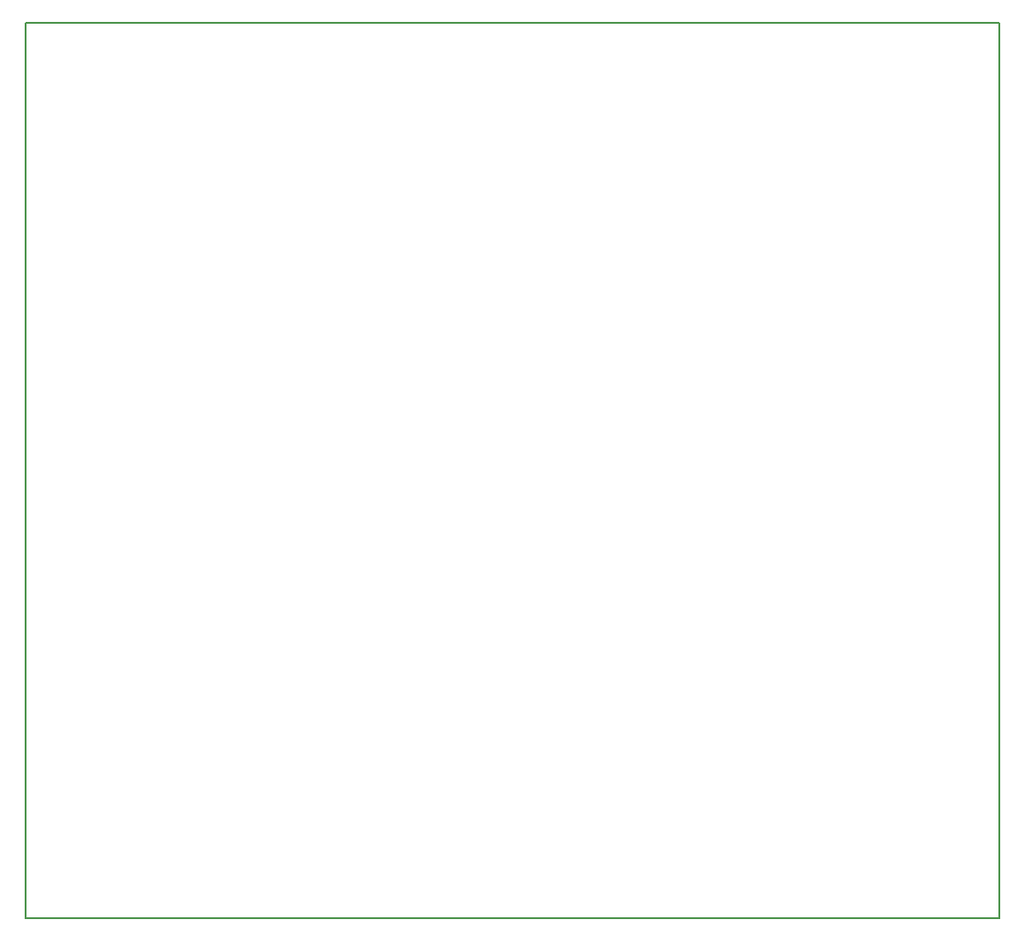
<source format=gbr>
G04 #@! TF.FileFunction,Profile,NP*
%FSLAX46Y46*%
G04 Gerber Fmt 4.6, Leading zero omitted, Abs format (unit mm)*
G04 Created by KiCad (PCBNEW 4.0.5+dfsg1-4~bpo8+1) date Sun Apr 30 20:15:14 2017*
%MOMM*%
%LPD*%
G01*
G04 APERTURE LIST*
%ADD10C,0.100000*%
%ADD11C,0.150000*%
G04 APERTURE END LIST*
D10*
D11*
X134493000Y-154940000D02*
X136652000Y-154940000D01*
X134493000Y-72009000D02*
X134493000Y-154940000D01*
X224663000Y-72009000D02*
X134493000Y-72009000D01*
X224663000Y-74930000D02*
X224663000Y-72009000D01*
X224663000Y-154940000D02*
X224663000Y-74930000D01*
X136652000Y-154940000D02*
X224663000Y-154940000D01*
M02*

</source>
